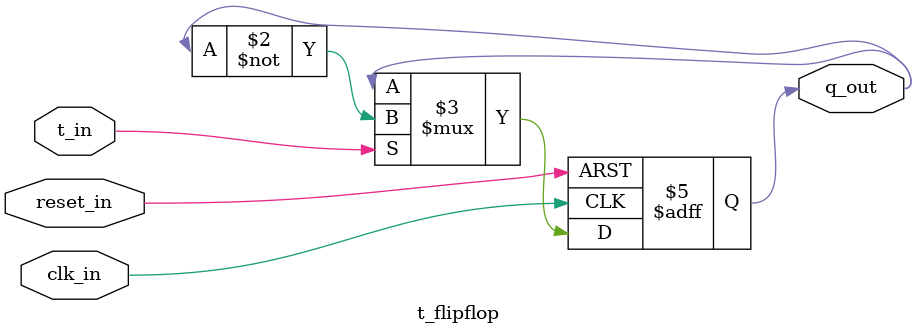
<source format=sv>
module t_flipflop (
  input  logic  t_in,        // Toggle input
  input  logic  clk_in,      // Clock input (active on negative edge)
  input  logic  reset_in,    // Reset input (active high)
  output logic  q_out        // Flip-flop output
);

  // Sequential always block for flip-flop behavior
  always_ff @(negedge clk_in or posedge reset_in) begin
    if (reset_in) begin
      q_out <= 1'b0; // Asynchronous reset to 0
    end else if (t_in) begin
      q_out <= ~q_out; // Toggle output when t_in is high
    end
  end

endmodule

</source>
